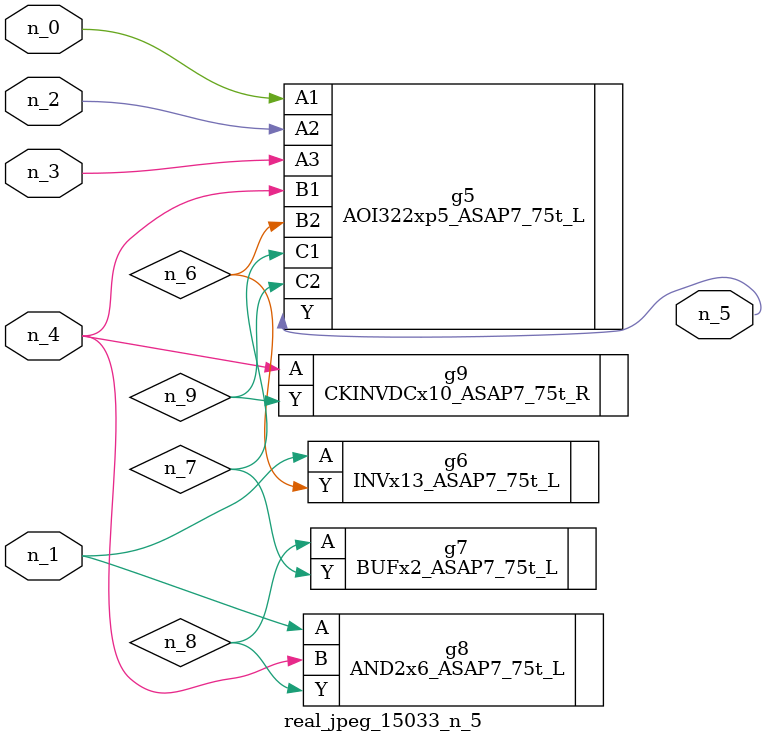
<source format=v>
module real_jpeg_15033_n_5 (n_4, n_0, n_1, n_2, n_3, n_5);

input n_4;
input n_0;
input n_1;
input n_2;
input n_3;

output n_5;

wire n_8;
wire n_6;
wire n_7;
wire n_9;

AOI322xp5_ASAP7_75t_L g5 ( 
.A1(n_0),
.A2(n_2),
.A3(n_3),
.B1(n_4),
.B2(n_6),
.C1(n_7),
.C2(n_9),
.Y(n_5)
);

INVx13_ASAP7_75t_L g6 ( 
.A(n_1),
.Y(n_6)
);

AND2x6_ASAP7_75t_L g8 ( 
.A(n_1),
.B(n_4),
.Y(n_8)
);

CKINVDCx10_ASAP7_75t_R g9 ( 
.A(n_4),
.Y(n_9)
);

BUFx2_ASAP7_75t_L g7 ( 
.A(n_8),
.Y(n_7)
);


endmodule
</source>
